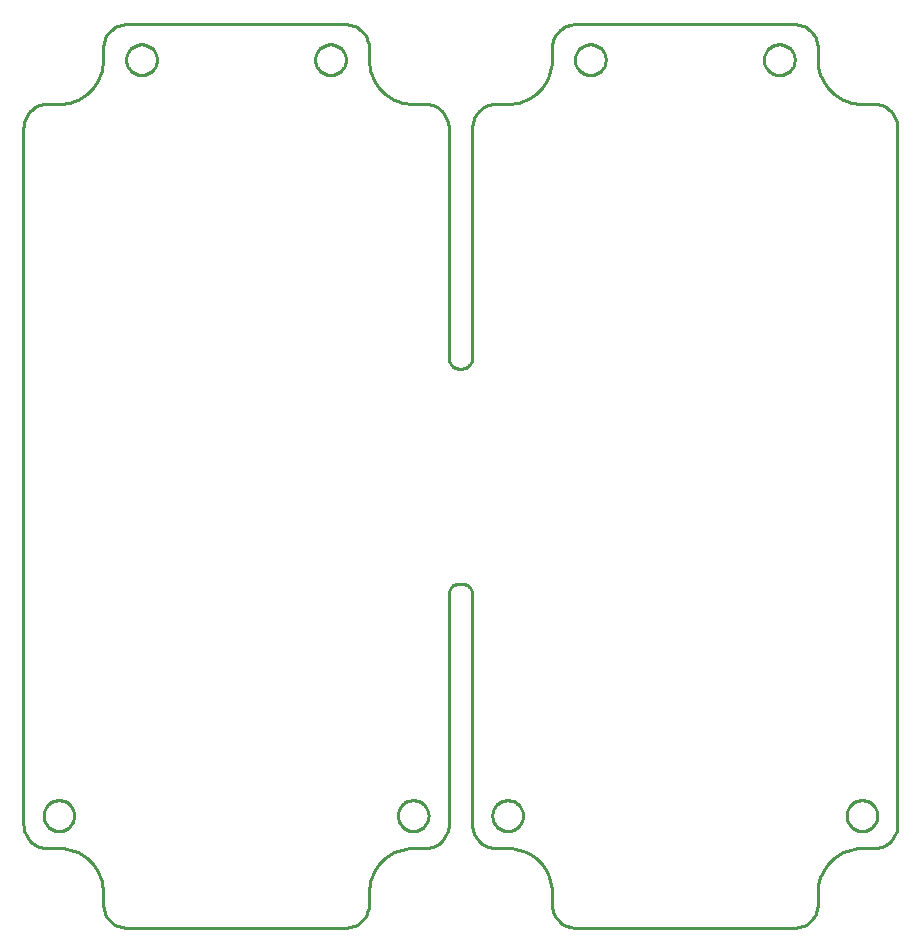
<source format=gbr>
G04 EAGLE Gerber RS-274X export*
G75*
%MOMM*%
%FSLAX34Y34*%
%LPD*%
%IN*%
%IPPOS*%
%AMOC8*
5,1,8,0,0,1.08239X$1,22.5*%
G01*
%ADD10C,0.254000*%


D10*
X0Y87500D02*
X76Y85758D01*
X304Y84028D01*
X681Y82324D01*
X1206Y80660D01*
X1874Y79048D01*
X2679Y77501D01*
X3617Y76029D01*
X4679Y74645D01*
X5858Y73358D01*
X7144Y72179D01*
X8528Y71117D01*
X10000Y70180D01*
X11548Y69374D01*
X13159Y68706D01*
X14824Y68182D01*
X16527Y67804D01*
X18257Y67576D01*
X20000Y67500D01*
X30000Y67500D01*
X33267Y67357D01*
X36510Y66930D01*
X39704Y66222D01*
X42824Y65239D01*
X45847Y63987D01*
X48749Y62476D01*
X51508Y60719D01*
X54104Y58727D01*
X56516Y56517D01*
X58726Y54105D01*
X60718Y51509D01*
X62475Y48750D01*
X63986Y45848D01*
X65238Y42826D01*
X66222Y39706D01*
X66930Y36512D01*
X67357Y33268D01*
X67500Y30000D01*
X67500Y20000D01*
X67576Y18258D01*
X67804Y16528D01*
X68181Y14824D01*
X68706Y13160D01*
X69374Y11548D01*
X70179Y10001D01*
X71117Y8529D01*
X72179Y7145D01*
X73358Y5858D01*
X74644Y4679D01*
X76028Y3617D01*
X77500Y2680D01*
X79048Y1874D01*
X80659Y1206D01*
X82324Y682D01*
X84027Y304D01*
X85757Y76D01*
X87500Y0D01*
X272500Y0D01*
X274242Y76D01*
X275972Y304D01*
X277676Y681D01*
X279340Y1206D01*
X280952Y1874D01*
X282499Y2679D01*
X283971Y3617D01*
X285355Y4679D01*
X286642Y5858D01*
X287820Y7144D01*
X288883Y8528D01*
X289820Y10000D01*
X290626Y11547D01*
X291294Y13159D01*
X291818Y14824D01*
X292196Y16527D01*
X292424Y18257D01*
X292500Y20000D01*
X292500Y30000D01*
X292643Y33267D01*
X293070Y36510D01*
X293778Y39704D01*
X294761Y42824D01*
X296013Y45847D01*
X297524Y48749D01*
X299281Y51508D01*
X301273Y54104D01*
X303483Y56516D01*
X305895Y58726D01*
X308491Y60718D01*
X311250Y62475D01*
X314152Y63986D01*
X317174Y65238D01*
X320294Y66222D01*
X323488Y66930D01*
X326732Y67357D01*
X330000Y67500D01*
X340000Y67500D01*
X341742Y67576D01*
X343472Y67804D01*
X345176Y68181D01*
X346840Y68706D01*
X348452Y69374D01*
X349999Y70179D01*
X351471Y71117D01*
X352855Y72179D01*
X354142Y73358D01*
X355320Y74644D01*
X356383Y76028D01*
X357320Y77500D01*
X358126Y79047D01*
X358794Y80659D01*
X359318Y82324D01*
X359696Y84027D01*
X359924Y85757D01*
X360000Y87500D01*
X360000Y282500D01*
X360034Y283284D01*
X360137Y284063D01*
X360307Y284829D01*
X360543Y285578D01*
X360843Y286304D01*
X361206Y287000D01*
X361628Y287662D01*
X362106Y288285D01*
X362636Y288864D01*
X363215Y289394D01*
X363838Y289872D01*
X364500Y290294D01*
X365196Y290657D01*
X365922Y290957D01*
X366671Y291193D01*
X367437Y291363D01*
X368216Y291466D01*
X369000Y291500D01*
X371000Y291500D01*
X371784Y291466D01*
X372563Y291363D01*
X373329Y291193D01*
X374078Y290957D01*
X374804Y290657D01*
X375500Y290294D01*
X376162Y289872D01*
X376785Y289394D01*
X377364Y288864D01*
X377894Y288285D01*
X378372Y287662D01*
X378794Y287000D01*
X379157Y286304D01*
X379457Y285578D01*
X379693Y284829D01*
X379863Y284063D01*
X379966Y283284D01*
X380000Y282500D01*
X380000Y87500D01*
X380076Y85758D01*
X380304Y84028D01*
X380681Y82324D01*
X381206Y80660D01*
X381874Y79048D01*
X382679Y77501D01*
X383617Y76029D01*
X384679Y74645D01*
X385858Y73358D01*
X387144Y72179D01*
X388528Y71117D01*
X390000Y70180D01*
X391548Y69374D01*
X393159Y68706D01*
X394824Y68182D01*
X396527Y67804D01*
X398257Y67576D01*
X400000Y67500D01*
X410000Y67500D01*
X413267Y67357D01*
X416510Y66930D01*
X419704Y66222D01*
X422824Y65239D01*
X425847Y63987D01*
X428749Y62476D01*
X431508Y60719D01*
X434104Y58727D01*
X436516Y56517D01*
X438726Y54105D01*
X440718Y51509D01*
X442475Y48750D01*
X443986Y45848D01*
X445238Y42826D01*
X446222Y39706D01*
X446930Y36512D01*
X447357Y33268D01*
X447500Y30000D01*
X447500Y20000D01*
X447576Y18258D01*
X447804Y16528D01*
X448181Y14824D01*
X448706Y13160D01*
X449374Y11548D01*
X450179Y10001D01*
X451117Y8529D01*
X452179Y7145D01*
X453358Y5858D01*
X454644Y4679D01*
X456028Y3617D01*
X457500Y2680D01*
X459048Y1874D01*
X460659Y1206D01*
X462324Y682D01*
X464027Y304D01*
X465757Y76D01*
X467500Y0D01*
X652500Y0D01*
X654242Y76D01*
X655972Y304D01*
X657676Y681D01*
X659340Y1206D01*
X660952Y1874D01*
X662499Y2679D01*
X663971Y3617D01*
X665355Y4679D01*
X666642Y5858D01*
X667820Y7144D01*
X668883Y8528D01*
X669820Y10000D01*
X670626Y11547D01*
X671294Y13159D01*
X671818Y14824D01*
X672196Y16527D01*
X672424Y18257D01*
X672500Y20000D01*
X672500Y30000D01*
X672643Y33267D01*
X673070Y36510D01*
X673778Y39704D01*
X674761Y42824D01*
X676013Y45847D01*
X677524Y48749D01*
X679281Y51508D01*
X681273Y54104D01*
X683483Y56516D01*
X685895Y58726D01*
X688491Y60718D01*
X691250Y62475D01*
X694152Y63986D01*
X697174Y65238D01*
X700294Y66222D01*
X703488Y66930D01*
X706732Y67357D01*
X710000Y67500D01*
X720000Y67500D01*
X721742Y67576D01*
X723472Y67804D01*
X725176Y68181D01*
X726840Y68706D01*
X728452Y69374D01*
X729999Y70179D01*
X731471Y71117D01*
X732855Y72179D01*
X734142Y73358D01*
X735320Y74644D01*
X736383Y76028D01*
X737320Y77500D01*
X738126Y79047D01*
X738794Y80659D01*
X739318Y82324D01*
X739696Y84027D01*
X739924Y85757D01*
X740000Y87500D01*
X740000Y677500D01*
X739924Y679242D01*
X739696Y680972D01*
X739319Y682676D01*
X738794Y684340D01*
X738126Y685952D01*
X737321Y687499D01*
X736383Y688971D01*
X735321Y690355D01*
X734142Y691642D01*
X732856Y692820D01*
X731472Y693883D01*
X730000Y694820D01*
X728453Y695626D01*
X726841Y696294D01*
X725177Y696818D01*
X723473Y697196D01*
X721743Y697424D01*
X720000Y697500D01*
X710000Y697500D01*
X706733Y697643D01*
X703490Y698070D01*
X700296Y698778D01*
X697176Y699761D01*
X694153Y701013D01*
X691251Y702524D01*
X688492Y704281D01*
X685896Y706273D01*
X683484Y708483D01*
X681274Y710895D01*
X679282Y713491D01*
X677525Y716250D01*
X676014Y719152D01*
X674762Y722174D01*
X673778Y725294D01*
X673070Y728488D01*
X672643Y731732D01*
X672500Y735000D01*
X672500Y745000D01*
X672424Y746742D01*
X672196Y748472D01*
X671819Y750176D01*
X671294Y751840D01*
X670626Y753452D01*
X669821Y754999D01*
X668883Y756471D01*
X667821Y757855D01*
X666642Y759142D01*
X665356Y760320D01*
X663972Y761383D01*
X662500Y762320D01*
X660953Y763126D01*
X659341Y763794D01*
X657677Y764318D01*
X655973Y764696D01*
X654243Y764924D01*
X652500Y765000D01*
X467500Y765000D01*
X465758Y764924D01*
X464028Y764696D01*
X462324Y764319D01*
X460660Y763794D01*
X459048Y763126D01*
X457501Y762321D01*
X456029Y761383D01*
X454645Y760321D01*
X453358Y759142D01*
X452180Y757856D01*
X451117Y756472D01*
X450180Y755000D01*
X449374Y753453D01*
X448706Y751841D01*
X448182Y750176D01*
X447804Y748473D01*
X447576Y746743D01*
X447500Y745000D01*
X447500Y735000D01*
X447357Y731733D01*
X446930Y728490D01*
X446222Y725296D01*
X445239Y722176D01*
X443987Y719153D01*
X442476Y716251D01*
X440719Y713492D01*
X438727Y710896D01*
X436517Y708484D01*
X434105Y706274D01*
X431509Y704282D01*
X428750Y702525D01*
X425848Y701014D01*
X422826Y699762D01*
X419706Y698778D01*
X416512Y698070D01*
X413268Y697643D01*
X410000Y697500D01*
X400000Y697500D01*
X398258Y697424D01*
X396528Y697196D01*
X394824Y696819D01*
X393160Y696294D01*
X391548Y695626D01*
X390001Y694821D01*
X388529Y693883D01*
X387145Y692821D01*
X385858Y691642D01*
X384680Y690356D01*
X383617Y688972D01*
X382680Y687500D01*
X381874Y685953D01*
X381206Y684341D01*
X380682Y682676D01*
X380304Y680973D01*
X380076Y679243D01*
X380000Y677500D01*
X380000Y482500D01*
X379966Y481716D01*
X379863Y480937D01*
X379693Y480171D01*
X379457Y479422D01*
X379157Y478696D01*
X378794Y478000D01*
X378372Y477338D01*
X377894Y476715D01*
X377364Y476136D01*
X376785Y475606D01*
X376162Y475128D01*
X375500Y474706D01*
X374804Y474343D01*
X374078Y474043D01*
X373329Y473807D01*
X372563Y473637D01*
X371784Y473534D01*
X371000Y473500D01*
X369000Y473500D01*
X368216Y473534D01*
X367437Y473637D01*
X366671Y473807D01*
X365922Y474043D01*
X365196Y474343D01*
X364500Y474706D01*
X363838Y475128D01*
X363215Y475606D01*
X362636Y476136D01*
X362106Y476715D01*
X361628Y477338D01*
X361206Y478000D01*
X360843Y478696D01*
X360543Y479422D01*
X360307Y480171D01*
X360137Y480937D01*
X360034Y481716D01*
X360000Y482500D01*
X360000Y677500D01*
X359924Y679242D01*
X359696Y680972D01*
X359319Y682676D01*
X358794Y684340D01*
X358126Y685952D01*
X357321Y687499D01*
X356383Y688971D01*
X355321Y690355D01*
X354142Y691642D01*
X352856Y692820D01*
X351472Y693883D01*
X350000Y694820D01*
X348453Y695626D01*
X346841Y696294D01*
X345177Y696818D01*
X343473Y697196D01*
X341743Y697424D01*
X340000Y697500D01*
X330000Y697500D01*
X326733Y697643D01*
X323490Y698070D01*
X320296Y698778D01*
X317176Y699761D01*
X314153Y701013D01*
X311251Y702524D01*
X308492Y704281D01*
X305896Y706273D01*
X303484Y708483D01*
X301274Y710895D01*
X299282Y713491D01*
X297525Y716250D01*
X296014Y719152D01*
X294762Y722174D01*
X293778Y725294D01*
X293070Y728488D01*
X292643Y731732D01*
X292500Y735000D01*
X292500Y745000D01*
X292424Y746742D01*
X292196Y748472D01*
X291819Y750176D01*
X291294Y751840D01*
X290626Y753452D01*
X289821Y754999D01*
X288883Y756471D01*
X287821Y757855D01*
X286642Y759142D01*
X285356Y760320D01*
X283972Y761383D01*
X282500Y762320D01*
X280953Y763126D01*
X279341Y763794D01*
X277677Y764318D01*
X275973Y764696D01*
X274243Y764924D01*
X272500Y765000D01*
X87500Y765000D01*
X85758Y764924D01*
X84028Y764696D01*
X82324Y764319D01*
X80660Y763794D01*
X79048Y763126D01*
X77501Y762321D01*
X76029Y761383D01*
X74645Y760321D01*
X73358Y759142D01*
X72180Y757856D01*
X71117Y756472D01*
X70180Y755000D01*
X69374Y753453D01*
X68706Y751841D01*
X68182Y750176D01*
X67804Y748473D01*
X67576Y746743D01*
X67500Y745000D01*
X67500Y735000D01*
X67357Y731733D01*
X66930Y728490D01*
X66222Y725296D01*
X65239Y722176D01*
X63987Y719153D01*
X62476Y716251D01*
X60719Y713492D01*
X58727Y710896D01*
X56517Y708484D01*
X54105Y706274D01*
X51509Y704282D01*
X48750Y702525D01*
X45848Y701014D01*
X42826Y699762D01*
X39706Y698778D01*
X36512Y698070D01*
X33268Y697643D01*
X30000Y697500D01*
X20000Y697500D01*
X18258Y697424D01*
X16528Y697196D01*
X14824Y696819D01*
X13160Y696294D01*
X11548Y695626D01*
X10001Y694821D01*
X8529Y693883D01*
X7145Y692821D01*
X5858Y691642D01*
X4680Y690356D01*
X3617Y688972D01*
X2680Y687500D01*
X1874Y685953D01*
X1206Y684341D01*
X682Y682676D01*
X304Y680973D01*
X76Y679243D01*
X0Y677500D01*
X0Y87500D01*
X43000Y94536D02*
X42934Y93609D01*
X42802Y92690D01*
X42604Y91783D01*
X42343Y90892D01*
X42018Y90022D01*
X41632Y89177D01*
X41187Y88362D01*
X40685Y87581D01*
X40129Y86838D01*
X39521Y86136D01*
X38864Y85479D01*
X38162Y84871D01*
X37419Y84315D01*
X36638Y83813D01*
X35823Y83368D01*
X34978Y82982D01*
X34108Y82657D01*
X33217Y82396D01*
X32310Y82198D01*
X31391Y82066D01*
X30464Y82000D01*
X29536Y82000D01*
X28609Y82066D01*
X27690Y82198D01*
X26783Y82396D01*
X25892Y82657D01*
X25022Y82982D01*
X24177Y83368D01*
X23362Y83813D01*
X22581Y84315D01*
X21838Y84871D01*
X21136Y85479D01*
X20479Y86136D01*
X19871Y86838D01*
X19315Y87581D01*
X18813Y88362D01*
X18368Y89177D01*
X17982Y90022D01*
X17657Y90892D01*
X17396Y91783D01*
X17198Y92690D01*
X17066Y93609D01*
X17000Y94536D01*
X17000Y95464D01*
X17066Y96391D01*
X17198Y97310D01*
X17396Y98217D01*
X17657Y99108D01*
X17982Y99978D01*
X18368Y100823D01*
X18813Y101638D01*
X19315Y102419D01*
X19871Y103162D01*
X20479Y103864D01*
X21136Y104521D01*
X21838Y105129D01*
X22581Y105685D01*
X23362Y106187D01*
X24177Y106632D01*
X25022Y107018D01*
X25892Y107343D01*
X26783Y107604D01*
X27690Y107802D01*
X28609Y107934D01*
X29536Y108000D01*
X30464Y108000D01*
X31391Y107934D01*
X32310Y107802D01*
X33217Y107604D01*
X34108Y107343D01*
X34978Y107018D01*
X35823Y106632D01*
X36638Y106187D01*
X37419Y105685D01*
X38162Y105129D01*
X38864Y104521D01*
X39521Y103864D01*
X40129Y103162D01*
X40685Y102419D01*
X41187Y101638D01*
X41632Y100823D01*
X42018Y99978D01*
X42343Y99108D01*
X42604Y98217D01*
X42802Y97310D01*
X42934Y96391D01*
X43000Y95464D01*
X43000Y94536D01*
X343000Y94536D02*
X342934Y93609D01*
X342802Y92690D01*
X342604Y91783D01*
X342343Y90892D01*
X342018Y90022D01*
X341632Y89177D01*
X341187Y88362D01*
X340685Y87581D01*
X340129Y86838D01*
X339521Y86136D01*
X338864Y85479D01*
X338162Y84871D01*
X337419Y84315D01*
X336638Y83813D01*
X335823Y83368D01*
X334978Y82982D01*
X334108Y82657D01*
X333217Y82396D01*
X332310Y82198D01*
X331391Y82066D01*
X330464Y82000D01*
X329536Y82000D01*
X328609Y82066D01*
X327690Y82198D01*
X326783Y82396D01*
X325892Y82657D01*
X325022Y82982D01*
X324177Y83368D01*
X323362Y83813D01*
X322581Y84315D01*
X321838Y84871D01*
X321136Y85479D01*
X320479Y86136D01*
X319871Y86838D01*
X319315Y87581D01*
X318813Y88362D01*
X318368Y89177D01*
X317982Y90022D01*
X317657Y90892D01*
X317396Y91783D01*
X317198Y92690D01*
X317066Y93609D01*
X317000Y94536D01*
X317000Y95464D01*
X317066Y96391D01*
X317198Y97310D01*
X317396Y98217D01*
X317657Y99108D01*
X317982Y99978D01*
X318368Y100823D01*
X318813Y101638D01*
X319315Y102419D01*
X319871Y103162D01*
X320479Y103864D01*
X321136Y104521D01*
X321838Y105129D01*
X322581Y105685D01*
X323362Y106187D01*
X324177Y106632D01*
X325022Y107018D01*
X325892Y107343D01*
X326783Y107604D01*
X327690Y107802D01*
X328609Y107934D01*
X329536Y108000D01*
X330464Y108000D01*
X331391Y107934D01*
X332310Y107802D01*
X333217Y107604D01*
X334108Y107343D01*
X334978Y107018D01*
X335823Y106632D01*
X336638Y106187D01*
X337419Y105685D01*
X338162Y105129D01*
X338864Y104521D01*
X339521Y103864D01*
X340129Y103162D01*
X340685Y102419D01*
X341187Y101638D01*
X341632Y100823D01*
X342018Y99978D01*
X342343Y99108D01*
X342604Y98217D01*
X342802Y97310D01*
X342934Y96391D01*
X343000Y95464D01*
X343000Y94536D01*
X423000Y94536D02*
X422934Y93609D01*
X422802Y92690D01*
X422604Y91783D01*
X422343Y90892D01*
X422018Y90022D01*
X421632Y89177D01*
X421187Y88362D01*
X420685Y87581D01*
X420129Y86838D01*
X419521Y86136D01*
X418864Y85479D01*
X418162Y84871D01*
X417419Y84315D01*
X416638Y83813D01*
X415823Y83368D01*
X414978Y82982D01*
X414108Y82657D01*
X413217Y82396D01*
X412310Y82198D01*
X411391Y82066D01*
X410464Y82000D01*
X409536Y82000D01*
X408609Y82066D01*
X407690Y82198D01*
X406783Y82396D01*
X405892Y82657D01*
X405022Y82982D01*
X404177Y83368D01*
X403362Y83813D01*
X402581Y84315D01*
X401838Y84871D01*
X401136Y85479D01*
X400479Y86136D01*
X399871Y86838D01*
X399315Y87581D01*
X398813Y88362D01*
X398368Y89177D01*
X397982Y90022D01*
X397657Y90892D01*
X397396Y91783D01*
X397198Y92690D01*
X397066Y93609D01*
X397000Y94536D01*
X397000Y95464D01*
X397066Y96391D01*
X397198Y97310D01*
X397396Y98217D01*
X397657Y99108D01*
X397982Y99978D01*
X398368Y100823D01*
X398813Y101638D01*
X399315Y102419D01*
X399871Y103162D01*
X400479Y103864D01*
X401136Y104521D01*
X401838Y105129D01*
X402581Y105685D01*
X403362Y106187D01*
X404177Y106632D01*
X405022Y107018D01*
X405892Y107343D01*
X406783Y107604D01*
X407690Y107802D01*
X408609Y107934D01*
X409536Y108000D01*
X410464Y108000D01*
X411391Y107934D01*
X412310Y107802D01*
X413217Y107604D01*
X414108Y107343D01*
X414978Y107018D01*
X415823Y106632D01*
X416638Y106187D01*
X417419Y105685D01*
X418162Y105129D01*
X418864Y104521D01*
X419521Y103864D01*
X420129Y103162D01*
X420685Y102419D01*
X421187Y101638D01*
X421632Y100823D01*
X422018Y99978D01*
X422343Y99108D01*
X422604Y98217D01*
X422802Y97310D01*
X422934Y96391D01*
X423000Y95464D01*
X423000Y94536D01*
X723000Y94536D02*
X722934Y93609D01*
X722802Y92690D01*
X722604Y91783D01*
X722343Y90892D01*
X722018Y90022D01*
X721632Y89177D01*
X721187Y88362D01*
X720685Y87581D01*
X720129Y86838D01*
X719521Y86136D01*
X718864Y85479D01*
X718162Y84871D01*
X717419Y84315D01*
X716638Y83813D01*
X715823Y83368D01*
X714978Y82982D01*
X714108Y82657D01*
X713217Y82396D01*
X712310Y82198D01*
X711391Y82066D01*
X710464Y82000D01*
X709536Y82000D01*
X708609Y82066D01*
X707690Y82198D01*
X706783Y82396D01*
X705892Y82657D01*
X705022Y82982D01*
X704177Y83368D01*
X703362Y83813D01*
X702581Y84315D01*
X701838Y84871D01*
X701136Y85479D01*
X700479Y86136D01*
X699871Y86838D01*
X699315Y87581D01*
X698813Y88362D01*
X698368Y89177D01*
X697982Y90022D01*
X697657Y90892D01*
X697396Y91783D01*
X697198Y92690D01*
X697066Y93609D01*
X697000Y94536D01*
X697000Y95464D01*
X697066Y96391D01*
X697198Y97310D01*
X697396Y98217D01*
X697657Y99108D01*
X697982Y99978D01*
X698368Y100823D01*
X698813Y101638D01*
X699315Y102419D01*
X699871Y103162D01*
X700479Y103864D01*
X701136Y104521D01*
X701838Y105129D01*
X702581Y105685D01*
X703362Y106187D01*
X704177Y106632D01*
X705022Y107018D01*
X705892Y107343D01*
X706783Y107604D01*
X707690Y107802D01*
X708609Y107934D01*
X709536Y108000D01*
X710464Y108000D01*
X711391Y107934D01*
X712310Y107802D01*
X713217Y107604D01*
X714108Y107343D01*
X714978Y107018D01*
X715823Y106632D01*
X716638Y106187D01*
X717419Y105685D01*
X718162Y105129D01*
X718864Y104521D01*
X719521Y103864D01*
X720129Y103162D01*
X720685Y102419D01*
X721187Y101638D01*
X721632Y100823D01*
X722018Y99978D01*
X722343Y99108D01*
X722604Y98217D01*
X722802Y97310D01*
X722934Y96391D01*
X723000Y95464D01*
X723000Y94536D01*
X113000Y734536D02*
X112934Y733609D01*
X112802Y732690D01*
X112604Y731783D01*
X112343Y730892D01*
X112018Y730022D01*
X111632Y729177D01*
X111187Y728362D01*
X110685Y727581D01*
X110129Y726838D01*
X109521Y726136D01*
X108864Y725479D01*
X108162Y724871D01*
X107419Y724315D01*
X106638Y723813D01*
X105823Y723368D01*
X104978Y722982D01*
X104108Y722657D01*
X103217Y722396D01*
X102310Y722198D01*
X101391Y722066D01*
X100464Y722000D01*
X99536Y722000D01*
X98609Y722066D01*
X97690Y722198D01*
X96783Y722396D01*
X95892Y722657D01*
X95022Y722982D01*
X94177Y723368D01*
X93362Y723813D01*
X92581Y724315D01*
X91838Y724871D01*
X91136Y725479D01*
X90479Y726136D01*
X89871Y726838D01*
X89315Y727581D01*
X88813Y728362D01*
X88368Y729177D01*
X87982Y730022D01*
X87657Y730892D01*
X87396Y731783D01*
X87198Y732690D01*
X87066Y733609D01*
X87000Y734536D01*
X87000Y735464D01*
X87066Y736391D01*
X87198Y737310D01*
X87396Y738217D01*
X87657Y739108D01*
X87982Y739978D01*
X88368Y740823D01*
X88813Y741638D01*
X89315Y742419D01*
X89871Y743162D01*
X90479Y743864D01*
X91136Y744521D01*
X91838Y745129D01*
X92581Y745685D01*
X93362Y746187D01*
X94177Y746632D01*
X95022Y747018D01*
X95892Y747343D01*
X96783Y747604D01*
X97690Y747802D01*
X98609Y747934D01*
X99536Y748000D01*
X100464Y748000D01*
X101391Y747934D01*
X102310Y747802D01*
X103217Y747604D01*
X104108Y747343D01*
X104978Y747018D01*
X105823Y746632D01*
X106638Y746187D01*
X107419Y745685D01*
X108162Y745129D01*
X108864Y744521D01*
X109521Y743864D01*
X110129Y743162D01*
X110685Y742419D01*
X111187Y741638D01*
X111632Y740823D01*
X112018Y739978D01*
X112343Y739108D01*
X112604Y738217D01*
X112802Y737310D01*
X112934Y736391D01*
X113000Y735464D01*
X113000Y734536D01*
X273000Y734536D02*
X272934Y733609D01*
X272802Y732690D01*
X272604Y731783D01*
X272343Y730892D01*
X272018Y730022D01*
X271632Y729177D01*
X271187Y728362D01*
X270685Y727581D01*
X270129Y726838D01*
X269521Y726136D01*
X268864Y725479D01*
X268162Y724871D01*
X267419Y724315D01*
X266638Y723813D01*
X265823Y723368D01*
X264978Y722982D01*
X264108Y722657D01*
X263217Y722396D01*
X262310Y722198D01*
X261391Y722066D01*
X260464Y722000D01*
X259536Y722000D01*
X258609Y722066D01*
X257690Y722198D01*
X256783Y722396D01*
X255892Y722657D01*
X255022Y722982D01*
X254177Y723368D01*
X253362Y723813D01*
X252581Y724315D01*
X251838Y724871D01*
X251136Y725479D01*
X250479Y726136D01*
X249871Y726838D01*
X249315Y727581D01*
X248813Y728362D01*
X248368Y729177D01*
X247982Y730022D01*
X247657Y730892D01*
X247396Y731783D01*
X247198Y732690D01*
X247066Y733609D01*
X247000Y734536D01*
X247000Y735464D01*
X247066Y736391D01*
X247198Y737310D01*
X247396Y738217D01*
X247657Y739108D01*
X247982Y739978D01*
X248368Y740823D01*
X248813Y741638D01*
X249315Y742419D01*
X249871Y743162D01*
X250479Y743864D01*
X251136Y744521D01*
X251838Y745129D01*
X252581Y745685D01*
X253362Y746187D01*
X254177Y746632D01*
X255022Y747018D01*
X255892Y747343D01*
X256783Y747604D01*
X257690Y747802D01*
X258609Y747934D01*
X259536Y748000D01*
X260464Y748000D01*
X261391Y747934D01*
X262310Y747802D01*
X263217Y747604D01*
X264108Y747343D01*
X264978Y747018D01*
X265823Y746632D01*
X266638Y746187D01*
X267419Y745685D01*
X268162Y745129D01*
X268864Y744521D01*
X269521Y743864D01*
X270129Y743162D01*
X270685Y742419D01*
X271187Y741638D01*
X271632Y740823D01*
X272018Y739978D01*
X272343Y739108D01*
X272604Y738217D01*
X272802Y737310D01*
X272934Y736391D01*
X273000Y735464D01*
X273000Y734536D01*
X493000Y734536D02*
X492934Y733609D01*
X492802Y732690D01*
X492604Y731783D01*
X492343Y730892D01*
X492018Y730022D01*
X491632Y729177D01*
X491187Y728362D01*
X490685Y727581D01*
X490129Y726838D01*
X489521Y726136D01*
X488864Y725479D01*
X488162Y724871D01*
X487419Y724315D01*
X486638Y723813D01*
X485823Y723368D01*
X484978Y722982D01*
X484108Y722657D01*
X483217Y722396D01*
X482310Y722198D01*
X481391Y722066D01*
X480464Y722000D01*
X479536Y722000D01*
X478609Y722066D01*
X477690Y722198D01*
X476783Y722396D01*
X475892Y722657D01*
X475022Y722982D01*
X474177Y723368D01*
X473362Y723813D01*
X472581Y724315D01*
X471838Y724871D01*
X471136Y725479D01*
X470479Y726136D01*
X469871Y726838D01*
X469315Y727581D01*
X468813Y728362D01*
X468368Y729177D01*
X467982Y730022D01*
X467657Y730892D01*
X467396Y731783D01*
X467198Y732690D01*
X467066Y733609D01*
X467000Y734536D01*
X467000Y735464D01*
X467066Y736391D01*
X467198Y737310D01*
X467396Y738217D01*
X467657Y739108D01*
X467982Y739978D01*
X468368Y740823D01*
X468813Y741638D01*
X469315Y742419D01*
X469871Y743162D01*
X470479Y743864D01*
X471136Y744521D01*
X471838Y745129D01*
X472581Y745685D01*
X473362Y746187D01*
X474177Y746632D01*
X475022Y747018D01*
X475892Y747343D01*
X476783Y747604D01*
X477690Y747802D01*
X478609Y747934D01*
X479536Y748000D01*
X480464Y748000D01*
X481391Y747934D01*
X482310Y747802D01*
X483217Y747604D01*
X484108Y747343D01*
X484978Y747018D01*
X485823Y746632D01*
X486638Y746187D01*
X487419Y745685D01*
X488162Y745129D01*
X488864Y744521D01*
X489521Y743864D01*
X490129Y743162D01*
X490685Y742419D01*
X491187Y741638D01*
X491632Y740823D01*
X492018Y739978D01*
X492343Y739108D01*
X492604Y738217D01*
X492802Y737310D01*
X492934Y736391D01*
X493000Y735464D01*
X493000Y734536D01*
X653000Y734536D02*
X652934Y733609D01*
X652802Y732690D01*
X652604Y731783D01*
X652343Y730892D01*
X652018Y730022D01*
X651632Y729177D01*
X651187Y728362D01*
X650685Y727581D01*
X650129Y726838D01*
X649521Y726136D01*
X648864Y725479D01*
X648162Y724871D01*
X647419Y724315D01*
X646638Y723813D01*
X645823Y723368D01*
X644978Y722982D01*
X644108Y722657D01*
X643217Y722396D01*
X642310Y722198D01*
X641391Y722066D01*
X640464Y722000D01*
X639536Y722000D01*
X638609Y722066D01*
X637690Y722198D01*
X636783Y722396D01*
X635892Y722657D01*
X635022Y722982D01*
X634177Y723368D01*
X633362Y723813D01*
X632581Y724315D01*
X631838Y724871D01*
X631136Y725479D01*
X630479Y726136D01*
X629871Y726838D01*
X629315Y727581D01*
X628813Y728362D01*
X628368Y729177D01*
X627982Y730022D01*
X627657Y730892D01*
X627396Y731783D01*
X627198Y732690D01*
X627066Y733609D01*
X627000Y734536D01*
X627000Y735464D01*
X627066Y736391D01*
X627198Y737310D01*
X627396Y738217D01*
X627657Y739108D01*
X627982Y739978D01*
X628368Y740823D01*
X628813Y741638D01*
X629315Y742419D01*
X629871Y743162D01*
X630479Y743864D01*
X631136Y744521D01*
X631838Y745129D01*
X632581Y745685D01*
X633362Y746187D01*
X634177Y746632D01*
X635022Y747018D01*
X635892Y747343D01*
X636783Y747604D01*
X637690Y747802D01*
X638609Y747934D01*
X639536Y748000D01*
X640464Y748000D01*
X641391Y747934D01*
X642310Y747802D01*
X643217Y747604D01*
X644108Y747343D01*
X644978Y747018D01*
X645823Y746632D01*
X646638Y746187D01*
X647419Y745685D01*
X648162Y745129D01*
X648864Y744521D01*
X649521Y743864D01*
X650129Y743162D01*
X650685Y742419D01*
X651187Y741638D01*
X651632Y740823D01*
X652018Y739978D01*
X652343Y739108D01*
X652604Y738217D01*
X652802Y737310D01*
X652934Y736391D01*
X653000Y735464D01*
X653000Y734536D01*
M02*

</source>
